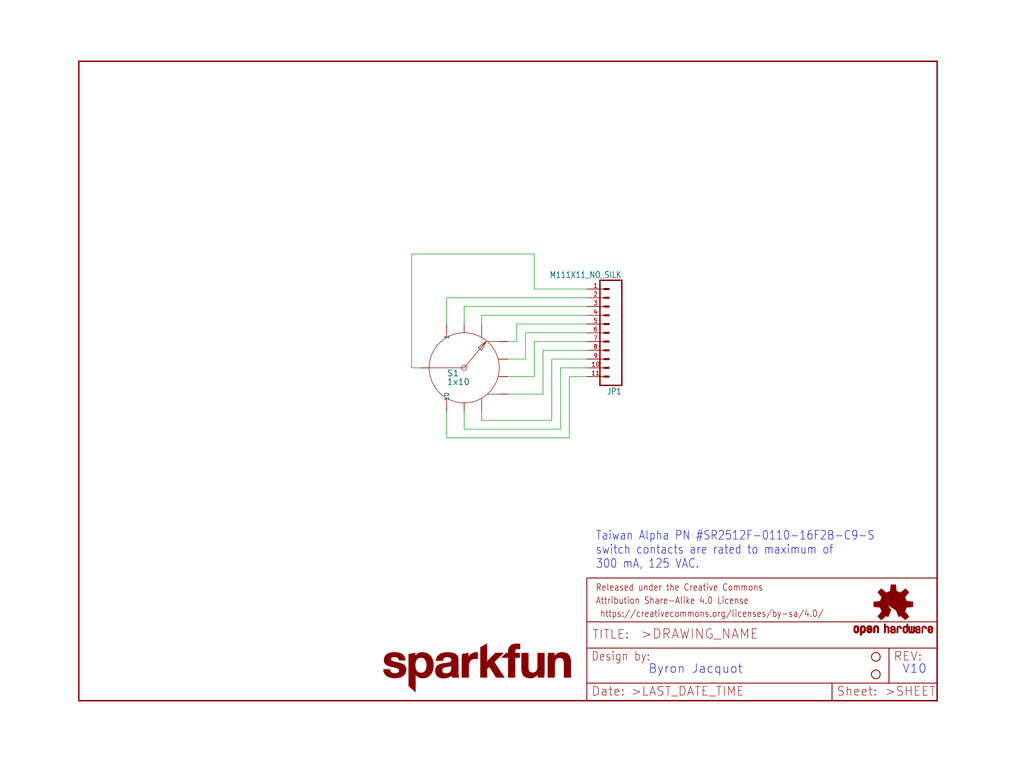
<source format=kicad_sch>
(kicad_sch (version 20211123) (generator eeschema)
  (paper "User" 297.002 223.926)
  (lib_symbols
    (symbol "schematicEagle-eagle-import:FRAME-LETTER"
      (symbol "FRAME-LETTER_2_0"
        (text " https://creativecommons.org/licenses/by-sa/4.0/" (at 2.54 24.13 0) (effects (font (size 1.9304 1.6408)) (justify left bottom)))
        (text ">DRAWING_NAME" (at 15.494 17.78 0) (effects (font (size 2.7432 2.7432)) (justify left bottom)))
        (text ">LAST_DATE_TIME" (at 12.7 1.27 0) (effects (font (size 2.54 2.54)) (justify left bottom)))
        (text ">SHEET" (at 86.36 1.27 0) (effects (font (size 2.54 2.54)) (justify left bottom)))
        (text "Attribution Share-Alike 4.0 License" (at 2.54 27.94 0) (effects (font (size 1.9304 1.6408)) (justify left bottom)))
        (text "Date:" (at 1.27 1.27 0) (effects (font (size 2.54 2.54)) (justify left bottom)))
        (text "Design by:" (at 1.27 11.43 0) (effects (font (size 2.54 2.159)) (justify left bottom)))
        (text "Released under the Creative Commons" (at 2.54 31.75 0) (effects (font (size 1.9304 1.6408)) (justify left bottom)))
        (text "REV:" (at 88.9 11.43 0) (effects (font (size 2.54 2.54)) (justify left bottom)))
        (text "Sheet:" (at 72.39 1.27 0) (effects (font (size 2.54 2.54)) (justify left bottom)))
        (text "TITLE:" (at 1.524 17.78 0) (effects (font (size 2.54 2.54)) (justify left bottom)))
      )
    )
    (symbol "schematicEagle-eagle-import:M111X11_NO_SILK"
      (property "Reference" "JP" (at 0 16.002 0))
      (property "Value" "M111X11_NO_SILK" (at 0 -17.78 0))
      (symbol "M111X11_NO_SILK_1_0"
        (pin passive line (at 10.16 -12.7 180) (length 5.08) (name "1") (number "1"))
        (pin passive line (at 10.16 10.16 180) (length 5.08) (name "10") (number "10"))
        (pin passive line (at 10.16 12.7 180) (length 5.08) (name "11") (number "11"))
        (pin passive line (at 10.16 -10.16 180) (length 5.08) (name "2") (number "2"))
        (pin passive line (at 10.16 -7.62 180) (length 5.08) (name "3") (number "3"))
        (pin passive line (at 10.16 -5.08 180) (length 5.08) (name "4") (number "4"))
        (pin passive line (at 10.16 -2.54 180) (length 5.08) (name "5") (number "5"))
        (pin passive line (at 10.16 0 180) (length 5.08) (name "6") (number "6"))
        (pin passive line (at 10.16 2.54 180) (length 5.08) (name "7") (number "7"))
        (pin passive line (at 10.16 5.08 180) (length 5.08) (name "8") (number "8"))
        (pin passive line (at 10.16 7.62 180) (length 5.08) (name "9") (number "9"))
      )
    )
    (symbol "schematicEagle-eagle-import:OSHW-LOGOM")
    (symbol "schematicEagle-eagle-import:SFE_LOGO_NAME.1_INCH")
    (symbol "schematicEagle-eagle-import:STAND-OFF")
    (symbol "schematicEagle-eagle-import:SWITCH_ROTARY_1X10KIT"
      (property "Reference" "S" (at -5.08 -2.54 0))
      (property "Value" "SWITCH_ROTARY_1X10KIT" (at -5.08 -5.08 0))
      (symbol "SWITCH_ROTARY_1X10KIT_1_0"
        (pin bidirectional line (at -5.08 12.7 270) (length 2.54) (name "1") (number "1"))
        (pin bidirectional line (at -5.08 -12.7 90) (length 2.54) (name "10") (number "10"))
        (pin bidirectional line (at 0 12.7 270) (length 2.54) (name "2") (number "2"))
        (pin bidirectional line (at 5.08 12.7 270) (length 2.54) (name "3") (number "3"))
        (pin bidirectional line (at 12.7 7.62 180) (length 2.54) (name "4") (number "4"))
        (pin bidirectional line (at 12.7 2.54 180) (length 2.54) (name "5") (number "5"))
        (pin bidirectional line (at 12.7 -2.54 180) (length 2.54) (name "6") (number "6"))
        (pin bidirectional line (at 12.7 -7.62 180) (length 2.54) (name "7") (number "7"))
        (pin bidirectional line (at 5.08 -12.7 90) (length 2.54) (name "8") (number "8"))
        (pin bidirectional line (at 0 -12.7 90) (length 2.54) (name "9") (number "9"))
        (pin bidirectional line (at -12.7 0 0) (length 2.54) (name "COMMON") (number "COMMON"))
      )
    )
  )
  (wire (pts (xy 165.1 127) (xy 129.54 127)))
  (wire (pts (xy 160.02 121.92) (xy 139.7 121.92)))
  (wire (pts (xy 119.38 106.68) (xy 121.92 106.68)))
  (wire (pts (xy 134.62 88.9) (xy 170.18 88.9)))
  (wire (pts (xy 139.7 121.92) (xy 139.7 119.38)))
  (wire (pts (xy 154.94 99.06) (xy 154.94 109.22)))
  (wire (pts (xy 170.18 93.98) (xy 149.86 93.98)))
  (wire (pts (xy 154.94 109.22) (xy 147.32 109.22)))
  (wire (pts (xy 157.48 114.3) (xy 147.32 114.3)))
  (wire (pts (xy 154.94 83.82) (xy 154.94 73.66)))
  (wire (pts (xy 139.7 91.44) (xy 139.7 93.98)))
  (wire (pts (xy 129.54 86.36) (xy 129.54 93.98)))
  (wire (pts (xy 152.4 104.14) (xy 147.32 104.14)))
  (wire (pts (xy 170.18 83.82) (xy 154.94 83.82)))
  (wire (pts (xy 165.1 109.22) (xy 165.1 127)))
  (wire (pts (xy 162.56 124.46) (xy 162.56 106.68)))
  (wire (pts (xy 149.86 99.06) (xy 147.32 99.06)))
  (wire (pts (xy 157.48 101.6) (xy 157.48 114.3)))
  (wire (pts (xy 160.02 104.14) (xy 160.02 121.92)))
  (wire (pts (xy 152.4 96.52) (xy 152.4 104.14)))
  (wire (pts (xy 154.94 73.66) (xy 119.38 73.66)))
  (wire (pts (xy 119.38 73.66) (xy 119.38 106.68)))
  (wire (pts (xy 162.56 106.68) (xy 170.18 106.68)))
  (wire (pts (xy 134.62 119.38) (xy 134.62 124.46)))
  (wire (pts (xy 134.62 124.46) (xy 162.56 124.46)))
  (wire (pts (xy 170.18 101.6) (xy 157.48 101.6)))
  (wire (pts (xy 134.62 93.98) (xy 134.62 88.9)))
  (wire (pts (xy 170.18 104.14) (xy 160.02 104.14)))
  (wire (pts (xy 149.86 93.98) (xy 149.86 99.06)))
  (wire (pts (xy 170.18 86.36) (xy 129.54 86.36)))
  (wire (pts (xy 170.18 91.44) (xy 139.7 91.44)))
  (wire (pts (xy 170.18 109.22) (xy 165.1 109.22)))
  (wire (pts (xy 129.54 127) (xy 129.54 119.38)))
  (wire (pts (xy 170.18 99.06) (xy 154.94 99.06)))
  (wire (pts (xy 170.18 96.52) (xy 152.4 96.52)))
  (text "Taiwan Alpha PN #SR2512F-0110-16F2B-C9-S\nswitch contacts are rated to maximum of\n300 mA, 125 VAC." (at 172.72 165.1 0) (effects (font (size 2.54 2.159)) (justify left bottom)))
  (text "V10" (at 261.62 195.58 180) (effects (font (size 2.54 2.54)) (justify left bottom)))
  (text "Byron Jacquot" (at 187.96 195.58 180) (effects (font (size 2.54 2.54)) (justify left bottom)))
  (symbol (lib_id "schematicEagle-eagle-import:STAND-OFF") (at 254 195.58 0) (unit 1)
    (property "Reference" "STANDOFF2" (effects hide))
    (property "Value" "STAND-OFF" (effects hide))
    (property "Footprint" "schematicEagle:STAND-OFF" (effects hide))
  )
  (symbol (lib_id "schematicEagle-eagle-import:FRAME-LETTER") (at 22.86 203.2 0) (unit 1)
    (property "Reference" "FRAME1" (effects hide))
    (property "Value" "FRAME-LETTER" (effects hide))
    (property "Footprint" "schematicEagle:CREATIVE_COMMONS" (effects hide))
  )
  (symbol (lib_id "schematicEagle-eagle-import:M111X11_NO_SILK") (at 180.34 96.52 180) (unit 1)
    (property "Reference" "JP1" (at 180.34 112.522 0) (effects (font (size 1.778 1.5113)) (justify left bottom)))
    (property "Value" "M111X11_NO_SILK" (at 180.34 78.74 0) (effects (font (size 1.778 1.5113)) (justify left bottom)))
    (property "Footprint" "schematicEagle:1X11_NO_SILK" (effects hide))
  )
  (symbol (lib_id "schematicEagle-eagle-import:SFE_LOGO_NAME.1_INCH") (at 109.22 200.66 0) (unit 1)
    (property "Reference" "LOGO3" (effects hide))
    (property "Value" "SFE_LOGO_NAME.1_INCH" (effects hide))
    (property "Footprint" "schematicEagle:SFE_LOGO_NAME_.1" (effects hide))
  )
  (symbol (lib_id "schematicEagle-eagle-import:SWITCH_ROTARY_1X10KIT") (at 134.62 106.68 0) (unit 1)
    (property "Reference" "S1" (at 129.54 109.22 0) (effects (font (size 1.778 1.778)) (justify left bottom)))
    (property "Value" "1x10" (at 129.54 111.76 0) (effects (font (size 1.778 1.778)) (justify left bottom)))
    (property "Footprint" "schematicEagle:ROTARY_SWITCH_1X10_KIT" (effects hide))
  )
  (symbol (lib_id "schematicEagle-eagle-import:FRAME-LETTER") (at 170.18 203.2 0) (unit 2)
    (property "Reference" "FRAME1" (effects hide))
    (property "Value" "FRAME-LETTER" (effects hide))
    (property "Footprint" "schematicEagle:CREATIVE_COMMONS" (effects hide))
  )
  (symbol (lib_id "schematicEagle-eagle-import:OSHW-LOGOM") (at 259.08 175.26 0) (unit 1)
    (property "Reference" "LOGO1" (effects hide))
    (property "Value" "OSHW-LOGOM" (effects hide))
    (property "Footprint" "schematicEagle:OSHW-LOGO-M" (effects hide))
  )
  (symbol (lib_id "schematicEagle-eagle-import:STAND-OFF") (at 254 190.5 0) (unit 1)
    (property "Reference" "STANDOFF4" (effects hide))
    (property "Value" "STAND-OFF" (effects hide))
    (property "Footprint" "schematicEagle:STAND-OFF" (effects hide))
  )
)
</source>
